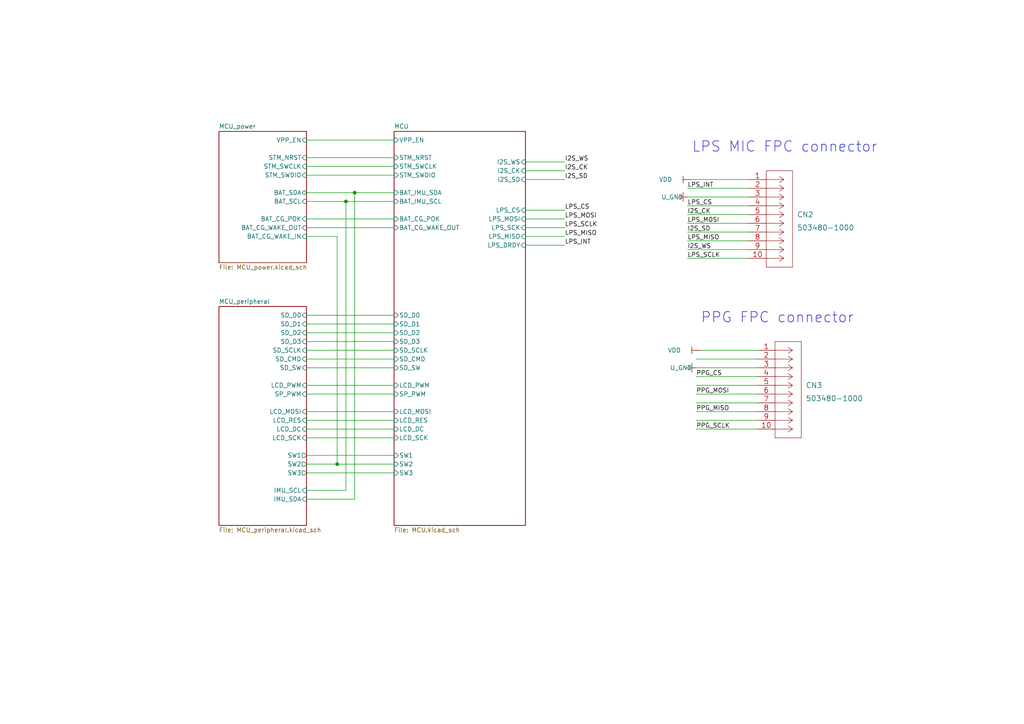
<source format=kicad_sch>
(kicad_sch (version 20211123) (generator eeschema)
  (paper "A4")
  (lib_symbols
    (symbol "User_library:503480-1000" (pin_names (offset 0.254) hide)
      (property "Reference" "CN" (at 7.62 5.08 0))
      (property "Value" "503480-1000" (at 8.89 -27.94 0))
      (symbol "503480-1000_1_1"
        (polyline (pts (xy 5.08 -25.4) (xy 12.7 -25.4)) (stroke (width 0.127)))
        (polyline (pts (xy 5.08 2.54) (xy 5.08 -25.4)) (stroke (width 0.127)))
        (polyline (pts (xy 10.16 -22.86) (xy 5.08 -22.86)) (stroke (width 0.127)))
        (polyline (pts (xy 10.16 -22.86) (xy 8.89 -23.6982)) (stroke (width 0.127)))
        (polyline (pts (xy 10.16 -22.86) (xy 8.89 -22.0218)) (stroke (width 0.127)))
        (polyline (pts (xy 10.16 -20.32) (xy 5.08 -20.32)) (stroke (width 0.127)))
        (polyline (pts (xy 10.16 -20.32) (xy 8.89 -21.1582)) (stroke (width 0.127)))
        (polyline (pts (xy 10.16 -20.32) (xy 8.89 -19.4818)) (stroke (width 0.127)))
        (polyline (pts (xy 10.16 -17.78) (xy 5.08 -17.78)) (stroke (width 0.127)))
        (polyline (pts (xy 10.16 -17.78) (xy 8.89 -18.6182)) (stroke (width 0.127)))
        (polyline (pts (xy 10.16 -17.78) (xy 8.89 -16.9418)) (stroke (width 0.127)))
        (polyline (pts (xy 10.16 -15.24) (xy 5.08 -15.24)) (stroke (width 0.127)))
        (polyline (pts (xy 10.16 -15.24) (xy 8.89 -16.0782)) (stroke (width 0.127)))
        (polyline (pts (xy 10.16 -15.24) (xy 8.89 -14.4018)) (stroke (width 0.127)))
        (polyline (pts (xy 10.16 -12.7) (xy 5.08 -12.7)) (stroke (width 0.127)))
        (polyline (pts (xy 10.16 -12.7) (xy 8.89 -13.5382)) (stroke (width 0.127)))
        (polyline (pts (xy 10.16 -12.7) (xy 8.89 -11.8618)) (stroke (width 0.127)))
        (polyline (pts (xy 10.16 -10.16) (xy 5.08 -10.16)) (stroke (width 0.127)))
        (polyline (pts (xy 10.16 -10.16) (xy 8.89 -10.9982)) (stroke (width 0.127)))
        (polyline (pts (xy 10.16 -10.16) (xy 8.89 -9.3218)) (stroke (width 0.127)))
        (polyline (pts (xy 10.16 -7.62) (xy 5.08 -7.62)) (stroke (width 0.127)))
        (polyline (pts (xy 10.16 -7.62) (xy 8.89 -8.4582)) (stroke (width 0.127)))
        (polyline (pts (xy 10.16 -7.62) (xy 8.89 -6.7818)) (stroke (width 0.127)))
        (polyline (pts (xy 10.16 -5.08) (xy 5.08 -5.08)) (stroke (width 0.127)))
        (polyline (pts (xy 10.16 -5.08) (xy 8.89 -5.9182)) (stroke (width 0.127)))
        (polyline (pts (xy 10.16 -5.08) (xy 8.89 -4.2418)) (stroke (width 0.127)))
        (polyline (pts (xy 10.16 -2.54) (xy 5.08 -2.54)) (stroke (width 0.127)))
        (polyline (pts (xy 10.16 -2.54) (xy 8.89 -3.3782)) (stroke (width 0.127)))
        (polyline (pts (xy 10.16 -2.54) (xy 8.89 -1.7018)) (stroke (width 0.127)))
        (polyline (pts (xy 10.16 0) (xy 5.08 0)) (stroke (width 0.127)))
        (polyline (pts (xy 10.16 0) (xy 8.89 -0.8382)) (stroke (width 0.127)))
        (polyline (pts (xy 10.16 0) (xy 8.89 0.8382)) (stroke (width 0.127)))
        (polyline (pts (xy 12.7 -25.4) (xy 12.7 2.54)) (stroke (width 0.127)))
        (polyline (pts (xy 12.7 2.54) (xy 5.08 2.54)) (stroke (width 0.127)))
        (pin bidirectional line (at 0 0 0) (length 5.08) (name "1") (number "1"))
        (pin bidirectional line (at 0 -22.86 0) (length 5.08) (name "10") (number "10"))
        (pin bidirectional line (at 0 -2.54 0) (length 5.08) (name "2") (number "2"))
        (pin bidirectional line (at 0 -5.08 0) (length 5.08) (name "3") (number "3"))
        (pin bidirectional line (at 0 -7.62 0) (length 5.08) (name "4") (number "4"))
        (pin bidirectional line (at 0 -10.16 0) (length 5.08) (name "5") (number "5"))
        (pin bidirectional line (at 0 -12.7 0) (length 5.08) (name "6") (number "6"))
        (pin bidirectional line (at 0 -15.24 0) (length 5.08) (name "7") (number "7"))
        (pin bidirectional line (at 0 -17.78 0) (length 5.08) (name "8") (number "8"))
        (pin bidirectional line (at 0 -20.32 0) (length 5.08) (name "9") (number "9"))
      )
    )
    (symbol "User_power:GND" (power) (pin_names (offset 0))
      (property "Value" "GND" (at 0 -3.81 0))
      (symbol "GND_0_1"
        (polyline (pts (xy -0.635 -1.905) (xy 0.635 -1.905)))
        (polyline (pts (xy -0.127 -2.54) (xy 0.127 -2.54)))
        (polyline (pts (xy 0 -1.27) (xy 0 0)))
        (polyline (pts (xy 1.27 -1.27) (xy -1.27 -1.27)))
      )
      (symbol "GND_1_1"
        (pin power_in line (at 0 0 270) (length 0) hide (name "U_GND") (number "1"))
      )
    )
    (symbol "sensor_V1-rescue:VPP_3.3V-User_power" (power) (pin_names (offset 0))
      (property "Value" "VPP_3.3V-User_power" (at 0 3.81 0))
      (symbol "VPP_3.3V-User_power_0_1"
        (polyline (pts (xy -1.016 2.54) (xy 0 2.54)))
        (polyline (pts (xy 0 0) (xy 0 2.54)))
        (polyline (pts (xy 0 2.54) (xy 1.016 2.54)))
      )
      (symbol "VPP_3.3V-User_power_1_1"
        (pin power_in line (at 0 0 90) (length 0) hide (name "VDD") (number "1"))
      )
    )
  )
  (junction (at 102.87 55.88))
  (junction (at 97.79 134.62))
  (junction (at 100.33 58.42))
  (wire (pts (xy 199.39 54.61) (xy 217.17 54.61)))
  (wire (pts (xy 201.93 111.76) (xy 219.71 111.76)))
  (wire (pts (xy 152.4 68.58) (xy 163.83 68.58)))
  (wire (pts (xy 199.39 74.93) (xy 217.17 74.93)))
  (wire (pts (xy 88.9 121.92) (xy 114.3 121.92)))
  (wire (pts (xy 199.39 57.15) (xy 217.17 57.15)))
  (wire (pts (xy 100.33 142.24) (xy 100.33 58.42)))
  (wire (pts (xy 203.2 101.6) (xy 219.71 101.6)))
  (wire (pts (xy 102.87 144.78) (xy 102.87 55.88)))
  (wire (pts (xy 201.93 121.92) (xy 219.71 121.92)))
  (wire (pts (xy 201.93 124.46) (xy 219.71 124.46)))
  (wire (pts (xy 152.4 60.96) (xy 163.83 60.96)))
  (wire (pts (xy 97.79 68.58) (xy 97.79 134.62)))
  (wire (pts (xy 152.4 66.04) (xy 163.83 66.04)))
  (wire (pts (xy 88.9 137.16) (xy 114.3 137.16)))
  (wire (pts (xy 88.9 106.68) (xy 114.3 106.68)))
  (wire (pts (xy 88.9 134.62) (xy 97.79 134.62)))
  (wire (pts (xy 152.4 52.07) (xy 163.83 52.07)))
  (wire (pts (xy 88.9 124.46) (xy 114.3 124.46)))
  (wire (pts (xy 200.66 52.07) (xy 217.17 52.07)))
  (wire (pts (xy 199.39 62.23) (xy 217.17 62.23)))
  (wire (pts (xy 88.9 55.88) (xy 102.87 55.88)))
  (wire (pts (xy 97.79 134.62) (xy 114.3 134.62)))
  (wire (pts (xy 88.9 66.04) (xy 114.3 66.04)))
  (wire (pts (xy 199.39 69.85) (xy 217.17 69.85)))
  (wire (pts (xy 152.4 71.12) (xy 163.83 71.12)))
  (wire (pts (xy 88.9 119.38) (xy 114.3 119.38)))
  (wire (pts (xy 152.4 49.53) (xy 163.83 49.53)))
  (wire (pts (xy 199.39 59.69) (xy 217.17 59.69)))
  (wire (pts (xy 102.87 55.88) (xy 114.3 55.88)))
  (wire (pts (xy 199.39 72.39) (xy 217.17 72.39)))
  (wire (pts (xy 88.9 132.08) (xy 114.3 132.08)))
  (wire (pts (xy 88.9 48.26) (xy 114.3 48.26)))
  (wire (pts (xy 88.9 63.5) (xy 114.3 63.5)))
  (wire (pts (xy 201.93 109.22) (xy 219.71 109.22)))
  (wire (pts (xy 88.9 99.06) (xy 114.3 99.06)))
  (wire (pts (xy 201.93 116.84) (xy 219.71 116.84)))
  (wire (pts (xy 88.9 114.3) (xy 114.3 114.3)))
  (wire (pts (xy 201.93 104.14) (xy 219.71 104.14)))
  (wire (pts (xy 88.9 127) (xy 114.3 127)))
  (wire (pts (xy 88.9 93.98) (xy 114.3 93.98)))
  (wire (pts (xy 88.9 142.24) (xy 100.33 142.24)))
  (wire (pts (xy 152.4 63.5) (xy 163.83 63.5)))
  (wire (pts (xy 88.9 111.76) (xy 114.3 111.76)))
  (wire (pts (xy 152.4 46.99) (xy 163.83 46.99)))
  (wire (pts (xy 88.9 68.58) (xy 97.79 68.58)))
  (wire (pts (xy 88.9 91.44) (xy 114.3 91.44)))
  (wire (pts (xy 100.33 58.42) (xy 114.3 58.42)))
  (wire (pts (xy 88.9 50.8) (xy 114.3 50.8)))
  (wire (pts (xy 88.9 45.72) (xy 114.3 45.72)))
  (wire (pts (xy 201.93 114.3) (xy 219.71 114.3)))
  (wire (pts (xy 199.39 67.31) (xy 217.17 67.31)))
  (wire (pts (xy 88.9 104.14) (xy 114.3 104.14)))
  (wire (pts (xy 88.9 144.78) (xy 102.87 144.78)))
  (wire (pts (xy 201.93 119.38) (xy 219.71 119.38)))
  (wire (pts (xy 88.9 58.42) (xy 100.33 58.42)))
  (wire (pts (xy 88.9 101.6) (xy 114.3 101.6)))
  (wire (pts (xy 88.9 96.52) (xy 114.3 96.52)))
  (wire (pts (xy 201.93 106.68) (xy 219.71 106.68)))
  (wire (pts (xy 199.39 64.77) (xy 217.17 64.77)))
  (wire (pts (xy 88.9 40.64) (xy 114.3 40.64)))
  (text "PPG FPC connector" (at 203.2 93.98 0) (effects (font (size 3 3)) (justify left bottom)))
  (text "LPS MIC FPC connector" (at 200.66 44.45 0) (effects (font (size 3 3)) (justify left bottom)))
  (label "PPG_MOSI" (at 201.93 114.3 0))
  (label "I2S_WS" (at 163.83 46.99 0))
  (label "LPS_CS" (at 163.83 60.96 0))
  (label "LPS_MISO" (at 163.83 68.58 0))
  (label "PPG_SCLK" (at 201.93 124.46 0))
  (label "LPS_SCLK" (at 199.39 74.93 0))
  (label "LPS_INT" (at 163.83 71.12 0))
  (label "LPS_CS" (at 199.39 59.69 0))
  (label "I2S_CK" (at 163.83 49.53 0))
  (label "I2S_SD" (at 199.39 67.31 0))
  (label "PPG_MISO" (at 201.93 119.38 0))
  (label "I2S_CK" (at 199.39 62.23 0))
  (label "LPS_INT" (at 199.39 54.61 0))
  (label "LPS_MISO" (at 199.39 69.85 0))
  (label "LPS_MOSI" (at 163.83 63.5 0))
  (label "LPS_MOSI" (at 199.39 64.77 0))
  (label "I2S_SD" (at 163.83 52.07 0))
  (label "LPS_SCLK" (at 163.83 66.04 0))
  (label "I2S_WS" (at 199.39 72.39 0))
  (label "PPG_CS" (at 201.93 109.22 0))
  (symbol (lib_id "User_power:GND") (at 199.39 57.15 270) (unit 1)
    (property "Reference" "#PWR069" (effects hide))
    (property "Value" "GND" (at 191.77 57.15 90) (effects (justify left)))
  )
  (symbol (lib_id "User_library:503480-1000") (at 219.71 101.6 0) (unit 1)
    (property "Reference" "CN3" (at 233.68 111.76 0) (effects (font (size 1.524 1.524)) (justify left)))
    (property "Value" "503480-1000" (at 233.68 115.57 0) (effects (font (size 1.524 1.524)) (justify left)))
    (property "Footprint" "User_library:503480-1000" (effects hide))
  )
  (symbol (lib_id "sensor_V1-rescue:VPP_3.3V-User_power") (at 203.2 101.6 90) (unit 1)
    (property "Reference" "#PWR076" (effects hide))
    (property "Value" "VPP_3.3V" (at 195.58 101.6 90))
  )
  (symbol (lib_id "User_power:GND") (at 201.93 106.68 270) (unit 1)
    (property "Reference" "#PWR071" (effects hide))
    (property "Value" "GND" (at 194.31 106.68 90) (effects (justify left)))
  )
  (symbol (lib_id "User_library:503480-1000") (at 217.17 52.07 0) (unit 1)
    (property "Reference" "CN2" (at 231.14 62.23 0) (effects (font (size 1.524 1.524)) (justify left)))
    (property "Value" "503480-1000" (at 231.14 66.04 0) (effects (font (size 1.524 1.524)) (justify left)))
    (property "Footprint" "User_library:503480-1000" (effects hide))
  )
  (symbol (lib_id "sensor_V1-rescue:VPP_3.3V-User_power") (at 200.66 52.07 90) (unit 1)
    (property "Reference" "#PWR070" (effects hide))
    (property "Value" "VPP_3.3V" (at 193.04 52.07 90))
  )
  (sheet (at 63.5 88.9) (size 25.4 63.5) (stroke (width 0.1524))
    (property "Sheet name" "MCU_peripheral" (at 63.5 88.1884 0) (effects (justify left bottom)))
    (property "Sheet file" "MCU_peripheral.kicad_sch" (at 63.5 152.9846 0) (effects (justify left top)))
    (pin "LCD_SCK" input (at 88.9 127 0))
    (pin "LCD_DC" input (at 88.9 124.46 0))
    (pin "LCD_MOSI" input (at 88.9 119.38 0))
    (pin "SD_SW" input (at 88.9 106.68 0))
    (pin "SD_D1" input (at 88.9 93.98 0))
    (pin "SD_CMD" input (at 88.9 104.14 0))
    (pin "SD_D3" input (at 88.9 99.06 0))
    (pin "SD_D0" input (at 88.9 91.44 0))
    (pin "SD_D2" input (at 88.9 96.52 0))
    (pin "SD_SCLK" input (at 88.9 101.6 0))
    (pin "SP_PWM" input (at 88.9 114.3 0))
    (pin "LCD_PWM" input (at 88.9 111.76 0))
    (pin "LCD_RES" input (at 88.9 121.92 0))
    (pin "SW2" output (at 88.9 134.62 0))
    (pin "SW1" output (at 88.9 132.08 0))
    (pin "SW3" output (at 88.9 137.16 0))
    (pin "IMU_SCL" input (at 88.9 142.24 0))
    (pin "IMU_SDA" input (at 88.9 144.78 0))
  )
  (sheet (at 63.5 38.1) (size 25.4 38.1) (stroke (width 0.1524))
    (property "Sheet name" "MCU_power" (at 63.5 37.3884 0) (effects (justify left bottom)))
    (property "Sheet file" "MCU_power.kicad_sch" (at 63.5 76.7846 0) (effects (justify left top)))
    (pin "VPP_EN" input (at 88.9 40.64 0))
    (pin "STM_SWCLK" input (at 88.9 48.26 0))
    (pin "STM_NRST" input (at 88.9 45.72 0))
    (pin "STM_SWDIO" input (at 88.9 50.8 0))
    (pin "BAT_CG_POK" input (at 88.9 63.5 0))
    (pin "BAT_CG_WAKE_OUT" input (at 88.9 66.04 0))
    (pin "BAT_SDA" bidirectional (at 88.9 55.88 0))
    (pin "BAT_CG_WAKE_IN" input (at 88.9 68.58 0))
    (pin "BAT_SCL" input (at 88.9 58.42 0))
  )
  (sheet (at 114.3 38.1) (size 38.1 114.3) (stroke (width 0.1524))
    (property "Sheet name" "MCU" (at 114.3 37.3884 0) (effects (justify left bottom)))
    (property "Sheet file" "MCU.kicad_sch" (at 114.3 152.9846 0) (effects (justify left top)))
    (pin "STM_NRST" input (at 114.3 45.72 180))
    (pin "SW2" input (at 114.3 134.62 180))
    (pin "SD_CMD" input (at 114.3 104.14 180))
    (pin "SW1" input (at 114.3 132.08 180))
    (pin "BAT_CG_WAKE_OUT" input (at 114.3 66.04 180))
    (pin "LCD_PWM" input (at 114.3 111.76 180))
    (pin "I2S_SD" input (at 152.4 52.07 0))
    (pin "BAT_CG_POK" input (at 114.3 63.5 180))
    (pin "SD_SW" input (at 114.3 106.68 180))
    (pin "SD_D2" input (at 114.3 96.52 180))
    (pin "SD_D1" input (at 114.3 93.98 180))
    (pin "SW3" input (at 114.3 137.16 180))
    (pin "LPS_MOSI" input (at 152.4 63.5 0))
    (pin "VPP_EN" input (at 114.3 40.64 180))
    (pin "STM_SWDIO" input (at 114.3 50.8 180))
    (pin "STM_SWCLK" input (at 114.3 48.26 180))
    (pin "LCD_DC" input (at 114.3 124.46 180))
    (pin "SP_PWM" input (at 114.3 114.3 180))
    (pin "LPS_CS" input (at 152.4 60.96 0))
    (pin "LCD_SCK" input (at 114.3 127 180))
    (pin "SD_D0" input (at 114.3 91.44 180))
    (pin "SD_D3" input (at 114.3 99.06 180))
    (pin "BAT_IMU_SCL" input (at 114.3 58.42 180))
    (pin "LCD_MOSI" input (at 114.3 119.38 180))
    (pin "BAT_IMU_SDA" input (at 114.3 55.88 180))
    (pin "I2S_CK" input (at 152.4 49.53 0))
    (pin "I2S_WS" input (at 152.4 46.99 0))
    (pin "LCD_RES" input (at 114.3 121.92 180))
    (pin "SD_SCLK" input (at 114.3 101.6 180))
    (pin "LPS_SCK" input (at 152.4 66.04 0))
    (pin "LPS_MISO" input (at 152.4 68.58 0))
    (pin "LPS_DRDY" input (at 152.4 71.12 0))
  )
)
</source>
